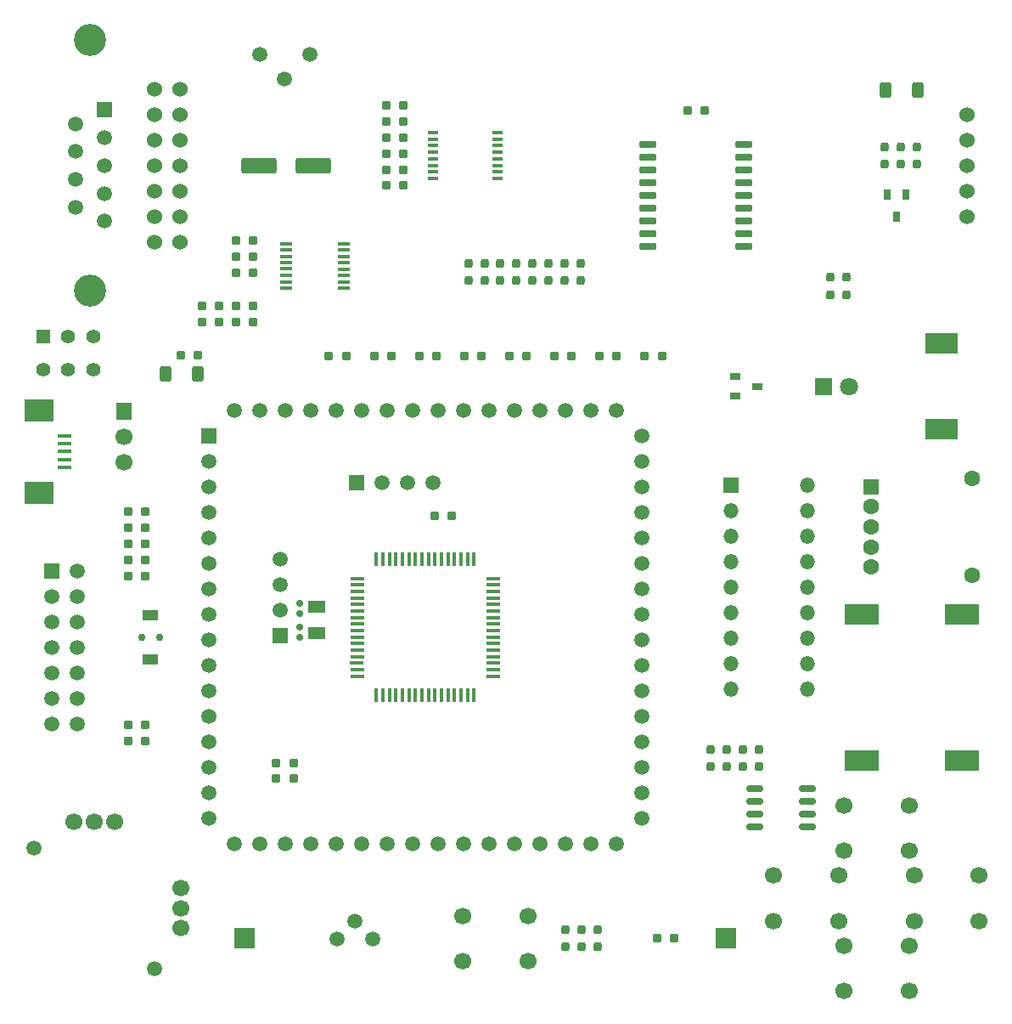
<source format=gts>
G04 #@! TF.GenerationSoftware,KiCad,Pcbnew,(6.0.5-0)*
G04 #@! TF.CreationDate,2022-05-27T19:59:22+09:00*
G04 #@! TF.ProjectId,RL78TrainingBoard,524c3738-5472-4616-996e-696e67426f61,V1.0*
G04 #@! TF.SameCoordinates,Original*
G04 #@! TF.FileFunction,Soldermask,Top*
G04 #@! TF.FilePolarity,Negative*
%FSLAX46Y46*%
G04 Gerber Fmt 4.6, Leading zero omitted, Abs format (unit mm)*
G04 Created by KiCad (PCBNEW (6.0.5-0)) date 2022-05-27 19:59:22*
%MOMM*%
%LPD*%
G01*
G04 APERTURE LIST*
G04 Aperture macros list*
%AMRoundRect*
0 Rectangle with rounded corners*
0 $1 Rounding radius*
0 $2 $3 $4 $5 $6 $7 $8 $9 X,Y pos of 4 corners*
0 Add a 4 corners polygon primitive as box body*
4,1,4,$2,$3,$4,$5,$6,$7,$8,$9,$2,$3,0*
0 Add four circle primitives for the rounded corners*
1,1,$1+$1,$2,$3*
1,1,$1+$1,$4,$5*
1,1,$1+$1,$6,$7*
1,1,$1+$1,$8,$9*
0 Add four rect primitives between the rounded corners*
20,1,$1+$1,$2,$3,$4,$5,0*
20,1,$1+$1,$4,$5,$6,$7,0*
20,1,$1+$1,$6,$7,$8,$9,0*
20,1,$1+$1,$8,$9,$2,$3,0*%
G04 Aperture macros list end*
%ADD10RoundRect,0.300000X0.300000X0.500000X-0.300000X0.500000X-0.300000X-0.500000X0.300000X-0.500000X0*%
%ADD11R,1.500000X1.500000*%
%ADD12C,1.500000*%
%ADD13R,1.100000X0.800000*%
%ADD14RoundRect,0.200000X0.250000X0.200000X-0.250000X0.200000X-0.250000X-0.200000X0.250000X-0.200000X0*%
%ADD15RoundRect,0.200000X-0.250000X-0.200000X0.250000X-0.200000X0.250000X0.200000X-0.250000X0.200000X0*%
%ADD16RoundRect,0.150000X-0.150000X0.150000X-0.150000X-0.150000X0.150000X-0.150000X0.150000X0.150000X0*%
%ADD17RoundRect,0.200000X0.200000X-0.250000X0.200000X0.250000X-0.200000X0.250000X-0.200000X-0.250000X0*%
%ADD18R,2.000000X2.000000*%
%ADD19C,1.700000*%
%ADD20C,1.600000*%
%ADD21R,1.600000X1.600000*%
%ADD22RoundRect,0.150000X0.150000X-0.150000X0.150000X0.150000X-0.150000X0.150000X-0.150000X-0.150000X0*%
%ADD23R,3.500000X2.000000*%
%ADD24C,1.800000*%
%ADD25R,1.800000X1.800000*%
%ADD26RoundRect,0.300000X-0.300000X-0.500000X0.300000X-0.500000X0.300000X0.500000X-0.300000X0.500000X0*%
%ADD27RoundRect,0.250000X-1.500000X-0.550000X1.500000X-0.550000X1.500000X0.550000X-1.500000X0.550000X0*%
%ADD28RoundRect,0.200000X-0.200000X0.250000X-0.200000X-0.250000X0.200000X-0.250000X0.200000X0.250000X0*%
%ADD29R,3.200000X2.000000*%
%ADD30R,1.400000X0.400000*%
%ADD31R,3.000000X2.200000*%
%ADD32O,1.500000X1.500000*%
%ADD33C,0.750000*%
%ADD34R,1.600000X1.000000*%
%ADD35C,3.200000*%
%ADD36R,1.600000X1.500000*%
%ADD37RoundRect,0.150000X-0.675000X-0.150000X0.675000X-0.150000X0.675000X0.150000X-0.675000X0.150000X0*%
%ADD38R,1.400000X1.400000*%
%ADD39C,1.400000*%
%ADD40RoundRect,0.150000X0.725000X0.150000X-0.725000X0.150000X-0.725000X-0.150000X0.725000X-0.150000X0*%
%ADD41R,1.400000X0.300000*%
%ADD42R,0.300000X1.400000*%
%ADD43R,1.800000X1.200000*%
%ADD44R,1.524000X1.700000*%
%ADD45C,1.524000*%
%ADD46R,1.100000X0.300000*%
%ADD47R,1.200000X0.300000*%
%ADD48R,0.800000X1.100000*%
G04 APERTURE END LIST*
D10*
X42100000Y41500000D03*
X38900000Y41500000D03*
D11*
X-44270000Y-6380000D03*
D12*
X-41730000Y-6380000D03*
X-44270000Y-8920000D03*
X-41730000Y-8920000D03*
X-44270000Y-11460000D03*
X-41730000Y-11460000D03*
X-44270000Y-14000000D03*
X-41730000Y-14000000D03*
X-44270000Y-16540000D03*
X-41730000Y-16540000D03*
X-44270000Y-19080000D03*
X-41730000Y-19080000D03*
X-44270000Y-21620000D03*
X-41730000Y-21620000D03*
D13*
X23900000Y12950000D03*
X23900000Y11050000D03*
X26100000Y12000000D03*
D12*
X-34000000Y-46000000D03*
D14*
X-9150000Y33600000D03*
X-10850000Y33600000D03*
D15*
X-10850000Y35200000D03*
X-9150000Y35200000D03*
D16*
X-19500000Y-12000000D03*
X-19500000Y-13000000D03*
D17*
X6900000Y22550000D03*
X6900000Y24250000D03*
X2100000Y22550000D03*
X2100000Y24250000D03*
D15*
X-6050000Y-900000D03*
X-4350000Y-900000D03*
D14*
X-27550000Y18400000D03*
X-29250000Y18400000D03*
D18*
X-25000000Y-43000000D03*
X-25000000Y-43000000D03*
D15*
X-36650000Y-3700000D03*
X-34950000Y-3700000D03*
X-25850000Y26500000D03*
X-24150000Y26500000D03*
D19*
X34250000Y-36750000D03*
X27750000Y-36750000D03*
X27750000Y-41250000D03*
X34250000Y-41250000D03*
D17*
X21500000Y-25850000D03*
X21500000Y-24150000D03*
X35000000Y21150000D03*
X35000000Y22850000D03*
X500000Y22550000D03*
X500000Y24250000D03*
D14*
X-34950000Y-6900000D03*
X-36650000Y-6900000D03*
D17*
X26300000Y-25850000D03*
X26300000Y-24150000D03*
D12*
X-23500000Y45100000D03*
X-21000000Y42600000D03*
X-18500000Y45100000D03*
D17*
X5300000Y22550000D03*
X5300000Y24250000D03*
X38800000Y34150000D03*
X38800000Y35850000D03*
D20*
X47500000Y2850000D03*
X47500000Y-6850000D03*
X37500000Y-2000000D03*
X37500000Y-4000000D03*
D21*
X37500000Y2000000D03*
D20*
X37500000Y0D03*
X37500000Y-6000000D03*
D22*
X-19500000Y-10600000D03*
X-19500000Y-9600000D03*
D23*
X36500000Y-25300000D03*
X46500000Y-25300000D03*
X46500000Y-10700000D03*
X36500000Y-10700000D03*
D24*
X35270000Y12000000D03*
D25*
X32730000Y12000000D03*
D15*
X1400000Y15000000D03*
X3100000Y15000000D03*
D26*
X-32900000Y13200000D03*
X-29700000Y13200000D03*
D27*
X-23600000Y34000000D03*
X-18200000Y34000000D03*
D19*
X34750000Y-43750000D03*
X41250000Y-43750000D03*
X34750000Y-48250000D03*
X41250000Y-48250000D03*
D17*
X33400000Y21150000D03*
X33400000Y22850000D03*
D15*
X-12100000Y15000000D03*
X-10400000Y15000000D03*
D19*
X48250000Y-36750000D03*
X41750000Y-36750000D03*
X41750000Y-41250000D03*
X48250000Y-41250000D03*
D15*
X-36650000Y-21700000D03*
X-34950000Y-21700000D03*
X14900000Y15000000D03*
X16600000Y15000000D03*
X-7600000Y15000000D03*
X-5900000Y15000000D03*
D28*
X7000000Y-42150000D03*
X7000000Y-43850000D03*
D14*
X-9150000Y40000000D03*
X-10850000Y40000000D03*
D29*
X44500000Y7700000D03*
X44500000Y16300000D03*
D30*
X-43000000Y7100000D03*
X-43000000Y6300000D03*
X-43000000Y5500000D03*
X-43000000Y4700000D03*
X-43000000Y3900000D03*
D31*
X-45500000Y1400000D03*
X-45500000Y9600000D03*
D19*
X3250000Y-45250000D03*
X-3250000Y-45250000D03*
X3250000Y-40750000D03*
X-3250000Y-40750000D03*
D15*
X-25850000Y18400000D03*
X-24150000Y18400000D03*
D17*
X10200000Y-43850000D03*
X10200000Y-42150000D03*
D15*
X-21850000Y-25500000D03*
X-20150000Y-25500000D03*
D14*
X20850000Y39500000D03*
X19150000Y39500000D03*
D11*
X23495000Y2160000D03*
D32*
X23495000Y-380000D03*
X23495000Y-2920000D03*
X23495000Y-5460000D03*
X23495000Y-8000000D03*
X23495000Y-10540000D03*
X23495000Y-13080000D03*
X23495000Y-15620000D03*
X23495000Y-18160000D03*
X31115000Y-18160000D03*
X31115000Y-15620000D03*
X31115000Y-13080000D03*
X31115000Y-10540000D03*
X31115000Y-8000000D03*
X31115000Y-5460000D03*
X31115000Y-2920000D03*
X31115000Y-380000D03*
X31115000Y2160000D03*
D19*
X41250000Y-29750000D03*
X34750000Y-29750000D03*
X34750000Y-34250000D03*
X41250000Y-34250000D03*
D15*
X5900000Y15000000D03*
X7600000Y15000000D03*
X-25850000Y23300000D03*
X-24150000Y23300000D03*
D28*
X8600000Y-42150000D03*
X8600000Y-43850000D03*
D14*
X-29650000Y15100000D03*
X-31350000Y15100000D03*
D19*
X-31400000Y-42000000D03*
X-31400000Y-40000000D03*
X-31400000Y-38000000D03*
X-38000000Y-31400000D03*
X-40000000Y-31400000D03*
X-42000000Y-31400000D03*
D15*
X-10850000Y36800000D03*
X-9150000Y36800000D03*
D11*
X-13810000Y2430000D03*
X-21430000Y-12810000D03*
D12*
X-21430000Y-10270000D03*
X-11270000Y2430000D03*
X-8730000Y2430000D03*
X-21430000Y-7730000D03*
X-6190000Y2430000D03*
X-21430000Y-5190000D03*
D17*
X-1100000Y22550000D03*
X-1100000Y24250000D03*
D12*
X-15796000Y-43081000D03*
X-14000000Y-41285000D03*
X-12204000Y-43081000D03*
D15*
X-36650000Y-5300000D03*
X-34950000Y-5300000D03*
D33*
X-33500000Y-13000000D03*
X-35300000Y-13000000D03*
D34*
X-34400000Y-15200000D03*
X-34400000Y-10800000D03*
D17*
X42000000Y34150000D03*
X42000000Y35850000D03*
D35*
X-40420000Y21500000D03*
X-40420000Y46500000D03*
D36*
X-39000000Y39540000D03*
D12*
X-39000000Y36770000D03*
X-39000000Y34000000D03*
X-39000000Y31230000D03*
X-39000000Y28460000D03*
X-41840000Y38155000D03*
X-41840000Y35385000D03*
X-41840000Y32615000D03*
X-41840000Y29845000D03*
D15*
X-36650000Y-500000D03*
X-34950000Y-500000D03*
D37*
X25875000Y-28095000D03*
X25875000Y-29365000D03*
X25875000Y-30635000D03*
X25875000Y-31905000D03*
X31125000Y-31905000D03*
X31125000Y-30635000D03*
X31125000Y-29365000D03*
X31125000Y-28095000D03*
D14*
X-27550000Y20000000D03*
X-29250000Y20000000D03*
D15*
X-25850000Y20000000D03*
X-24150000Y20000000D03*
D17*
X23100000Y-25850000D03*
X23100000Y-24150000D03*
D38*
X-45100000Y16950000D03*
D39*
X-42600000Y16950000D03*
X-40100000Y16950000D03*
X-45100000Y13650000D03*
X-42600000Y13650000D03*
X-40100000Y13650000D03*
D40*
X24775000Y25920000D03*
X24775000Y27190000D03*
X24775000Y28460000D03*
X24775000Y29730000D03*
X24775000Y31000000D03*
X24775000Y32270000D03*
X24775000Y33540000D03*
X24775000Y34810000D03*
X24775000Y36080000D03*
X15225000Y36080000D03*
X15225000Y34810000D03*
X15225000Y33540000D03*
X15225000Y32270000D03*
X15225000Y31000000D03*
X15225000Y29730000D03*
X15225000Y28460000D03*
X15225000Y27190000D03*
X15225000Y25920000D03*
D11*
X-28590000Y7050000D03*
D41*
X-13800000Y-7125000D03*
X-13800000Y-7775000D03*
D12*
X-28590000Y4510000D03*
X-28590000Y1970000D03*
D41*
X-13800000Y-8425000D03*
X-13800000Y-9075000D03*
D12*
X-28590000Y-570000D03*
D41*
X-13800000Y-9725000D03*
D12*
X-28590000Y-3110000D03*
X-28590000Y-5650000D03*
D41*
X-13800000Y-10375000D03*
X-13800000Y-11025000D03*
D12*
X-28590000Y-8190000D03*
X-28590000Y-10730000D03*
D41*
X-13800000Y-11675000D03*
X-13800000Y-12325000D03*
D12*
X-28590000Y-13270000D03*
X-28590000Y-15810000D03*
D41*
X-13800000Y-12975000D03*
X-13800000Y-13625000D03*
D12*
X-28590000Y-18350000D03*
D41*
X-13800000Y-14275000D03*
D12*
X-28590000Y-20890000D03*
D41*
X-13800000Y-14925000D03*
D12*
X-28590000Y-23430000D03*
X-28590000Y-25970000D03*
D41*
X-13850000Y-15575000D03*
X-13800000Y-16225000D03*
D12*
X-28590000Y-28510000D03*
D41*
X-13800000Y-16875000D03*
D12*
X-28590000Y-31050000D03*
D42*
X-11875000Y-18800000D03*
D12*
X-26050000Y-33590000D03*
D42*
X-11225000Y-18800000D03*
D12*
X-23510000Y-33590000D03*
X-20970000Y-33590000D03*
D42*
X-10575000Y-18800000D03*
D12*
X-18430000Y-33590000D03*
D42*
X-9925000Y-18800000D03*
D12*
X-15890000Y-33590000D03*
D42*
X-9275000Y-18800000D03*
X-8625000Y-18800000D03*
D12*
X-13350000Y-33590000D03*
X-10810000Y-33590000D03*
D42*
X-7975000Y-18800000D03*
X-7325000Y-18800000D03*
D12*
X-8270000Y-33590000D03*
D42*
X-6675000Y-18800000D03*
D12*
X-5730000Y-33590000D03*
D42*
X-6025000Y-18800000D03*
D12*
X-3190000Y-33590000D03*
D42*
X-5375000Y-18800000D03*
D12*
X-650000Y-33590000D03*
X1890000Y-33590000D03*
D42*
X-4725000Y-18800000D03*
X-4075000Y-18800000D03*
D12*
X4430000Y-33590000D03*
D42*
X-3425000Y-18800000D03*
D12*
X6970000Y-33590000D03*
X9510000Y-33590000D03*
D42*
X-2775000Y-18800000D03*
X-2125000Y-18800000D03*
D12*
X12050000Y-33590000D03*
X14590000Y-31050000D03*
D41*
X-200000Y-16875000D03*
X-200000Y-16225000D03*
D12*
X14590000Y-28510000D03*
X14590000Y-25970000D03*
D41*
X-200000Y-15575000D03*
D12*
X14590000Y-23430000D03*
D41*
X-200000Y-14925000D03*
D12*
X14590000Y-20890000D03*
D41*
X-200000Y-14275000D03*
X-200000Y-13625000D03*
D12*
X14590000Y-18350000D03*
D41*
X-200000Y-12975000D03*
D12*
X14590000Y-15810000D03*
D41*
X-200000Y-12325000D03*
D12*
X14590000Y-13270000D03*
D41*
X-200000Y-11675000D03*
D12*
X14590000Y-10730000D03*
D41*
X-200000Y-11025000D03*
D12*
X14590000Y-8190000D03*
X14590000Y-5650000D03*
D41*
X-200000Y-10375000D03*
D12*
X14590000Y-3110000D03*
D41*
X-200000Y-9725000D03*
X-200000Y-9075000D03*
D12*
X14590000Y-570000D03*
X14590000Y1970000D03*
D41*
X-200000Y-8425000D03*
X-200000Y-7775000D03*
D12*
X14590000Y4510000D03*
D41*
X-200000Y-7125000D03*
D12*
X14590000Y7050000D03*
X12050000Y9590000D03*
D42*
X-2125000Y-5200000D03*
X-2775000Y-5200000D03*
D12*
X9510000Y9590000D03*
D42*
X-3425000Y-5200000D03*
D12*
X6970000Y9590000D03*
D42*
X-4075000Y-5200000D03*
D12*
X4430000Y9590000D03*
D42*
X-4725000Y-5200000D03*
D12*
X1890000Y9590000D03*
X-650000Y9590000D03*
D42*
X-5375000Y-5200000D03*
X-6025000Y-5200000D03*
D12*
X-3190000Y9590000D03*
D42*
X-6675000Y-5200000D03*
D12*
X-5730000Y9590000D03*
X-8270000Y9590000D03*
D42*
X-7325000Y-5200000D03*
D12*
X-10810000Y9590000D03*
D42*
X-7975000Y-5200000D03*
D12*
X-13350000Y9590000D03*
D42*
X-8625000Y-5200000D03*
X-9275000Y-5200000D03*
D12*
X-15890000Y9590000D03*
D42*
X-9925000Y-5200000D03*
D12*
X-18430000Y9590000D03*
X-20970000Y9590000D03*
D42*
X-10575000Y-5200000D03*
D12*
X-23510000Y9590000D03*
D42*
X-11225000Y-5200000D03*
X-11875000Y-5200000D03*
D12*
X-26050000Y9590000D03*
D43*
X-17800000Y-12600000D03*
X-17800000Y-10000000D03*
D15*
X-36650000Y-2100000D03*
X-34950000Y-2100000D03*
D44*
X-37000000Y9540000D03*
D19*
X-37000000Y7000000D03*
X-37000000Y4460000D03*
D15*
X-10850000Y32000000D03*
X-9150000Y32000000D03*
D17*
X3700000Y22550000D03*
X3700000Y24250000D03*
X40400000Y34150000D03*
X40400000Y35850000D03*
D15*
X-25850000Y24900000D03*
X-24150000Y24900000D03*
D17*
X8500000Y22550000D03*
X8500000Y24250000D03*
D15*
X-16600000Y15000000D03*
X-14900000Y15000000D03*
X16150000Y-43000000D03*
X17850000Y-43000000D03*
D45*
X47000000Y34000000D03*
X-31460000Y26380000D03*
X-34000000Y26380000D03*
X-31460000Y28920000D03*
X-34000000Y28920000D03*
X-31460000Y31460000D03*
X-34000000Y31460000D03*
X-31460000Y34000000D03*
X-34000000Y34000000D03*
X-31460000Y36540000D03*
X-34000000Y36540000D03*
X-31460000Y39080000D03*
X-34000000Y39080000D03*
X-31460000Y41620000D03*
X-34000000Y41620000D03*
X47000000Y36540000D03*
X47000000Y39080000D03*
X47000000Y28920000D03*
X47000000Y31460000D03*
D18*
X23000000Y-43000000D03*
X23000000Y-43000000D03*
D28*
X24700000Y-24150000D03*
X24700000Y-25850000D03*
D46*
X-6200000Y37275000D03*
X-6200000Y36625000D03*
X-6200000Y35975000D03*
X-6200000Y35325000D03*
X-6200000Y34675000D03*
X-6200000Y34025000D03*
X-6200000Y33375000D03*
X-6200000Y32725000D03*
X200000Y32725000D03*
X200000Y33375000D03*
X200000Y34025000D03*
X200000Y34675000D03*
X200000Y35325000D03*
X200000Y35975000D03*
X200000Y36625000D03*
X200000Y37275000D03*
D47*
X-20900000Y26222500D03*
X-20900000Y25587500D03*
X-20900000Y24952500D03*
X-20900000Y24317500D03*
X-20900000Y23700000D03*
X-20900000Y23047500D03*
X-20900000Y22412500D03*
X-20900000Y21777500D03*
X-15100000Y21777500D03*
X-15100000Y22412500D03*
X-15100000Y23047500D03*
X-15100000Y23682500D03*
X-15100000Y24317500D03*
X-15100000Y24952500D03*
X-15100000Y25587500D03*
X-15100000Y26222500D03*
D17*
X-2700000Y22550000D03*
X-2700000Y24250000D03*
D15*
X-10850000Y38400000D03*
X-9150000Y38400000D03*
X-3100000Y15000000D03*
X-1400000Y15000000D03*
X-21850000Y-27100000D03*
X-20150000Y-27100000D03*
X10400000Y15000000D03*
X12100000Y15000000D03*
X-36650000Y-23300000D03*
X-34950000Y-23300000D03*
D48*
X40950000Y31100000D03*
X39050000Y31100000D03*
X40000000Y28900000D03*
D12*
X-46000000Y-34000000D03*
M02*

</source>
